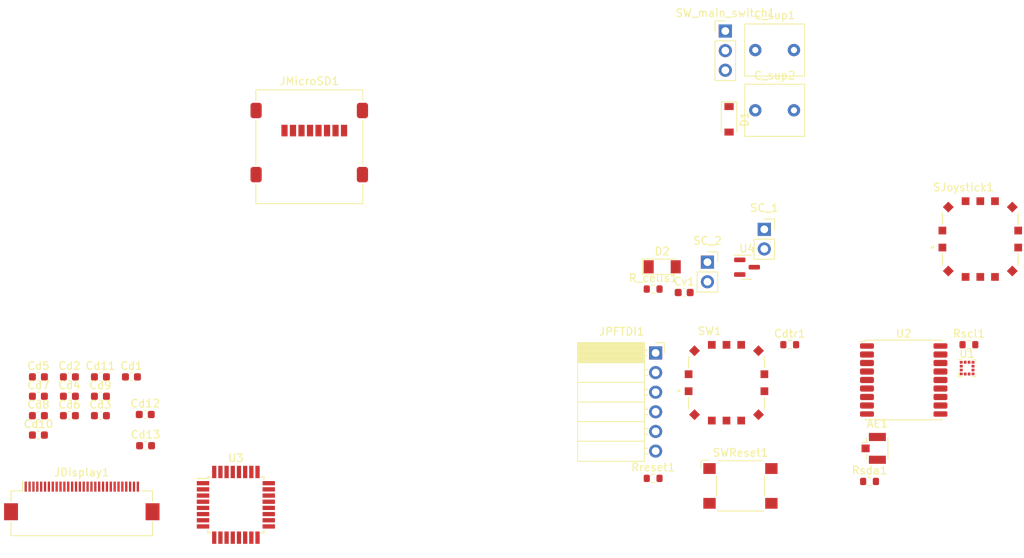
<source format=kicad_pcb>
(kicad_pcb (version 20211014) (generator pcbnew)
  (layers (0 "F.Cu" signal) (31 "B.Cu" signal) (34 "B.Paste" user) (35 "F.Paste" user) (36 "B.SilkS" user "B.Silkscreen") (37 "F.SilkS" user "F.Silkscreen") (38 "B.Mask" user) (39 "F.Mask" user) (44 "Edge.Cuts" user))
  (net 0 "")
  (net 1 "Net-(AE1-Pad1)")
  (net 2 "GND")
  (net 3 "Net-(Cd1-Pad2)")
  (net 4 "+3V3")
  (net 5 "Net-(Cd3-Pad2)")
  (net 6 "Net-(Cd5-Pad2)")
  (net 7 "Net-(Cd6-Pad2)")
  (net 8 "Net-(Cd7-Pad2)")
  (net 9 "Net-(Cd8-Pad2)")
  (net 10 "Net-(Cd10-Pad1)")
  (net 11 "Net-(Cd9-Pad2)")
  (net 12 "Net-(Cd10-Pad2)")
  (net 13 "Net-(Cd11-Pad1)")
  (net 14 "Net-(Cd11-Pad2)")
  (net 15 "MOSI")
  (net 16 "SCK")
  (net 17 "RESET")
  (net 18 "Net-(Cdtr1-Pad2)")
  (net 19 "Net-(C_sup1-Pad1)")
  (net 20 "Net-(D1-Pad2)")
  (net 22 "CS")
  (net 23 "RST")
  (net 24 "DI")
  (net 26 "FTDI_TX")
  (net 27 "FTDI_RX")
  (net 28 "SCL")
  (net 29 "SDA")
  (net 30 "Net-(R_cells1-Pad2)")
  (net 31 "Net-(SC_1-Pad2)")
  (net 33 "Net-(SW_main_switch1-Pad3)")
  (net 40 "gps_tx")
  (net 41 "gps_rx")
  (net 51 "B1")
  (net 52 "B2")
  (net 53 "B3")
  (net 54 "B4")
  (net 55 "B5")
  (net 59 "microSD_cs")
  (net 60 "microSD_di")
  (net 61 "microSD_sclk")
  (net 62 "microSD_do")
  (footprint "Capacitor_SMD:C_0603_1608Metric" (layer "F.Cu") (at 60.7028 100.584)
    (fp_text reference "Cd6" (at 0 -1.43) (layer "F.SilkS"))
    (fp_text value "1uF_DNP")
    (fp_line (start -0.14058 0.51) (end 0.14058 0.51) (layer "F.SilkS") (width 0.12))
    (fp_line (start -0.14058 -0.51) (end 0.14058 -0.51) (layer "F.SilkS") (width 0.12))
    (pad "1" smd roundrect (at -0.775 0) (size 0.9 0.95) (layers "F.Cu" "F.Paste" "F.Mask") (net 2 "GND"))
    (pad "2" smd roundrect (at 0.775 0) (size 0.9 0.95) (layers "F.Cu" "F.Paste" "F.Mask") (net 7 "Net-(Cd6-Pad2)"))
  )
  (footprint "Capacitor_SMD:C_0603_1608Metric" (layer "F.Cu") (at 60.7028 98.074)
    (fp_text reference "Cd4" (at 0 -1.43) (layer "F.SilkS"))
    (fp_text value "100nF")
    (fp_line (start -0.14058 -0.51) (end 0.14058 -0.51) (layer "F.SilkS") (width 0.12))
    (fp_line (start -0.14058 0.51) (end 0.14058 0.51) (layer "F.SilkS") (width 0.12))
    (pad "1" smd roundrect (at -0.775 0) (size 0.9 0.95) (layers "F.Cu" "F.Paste" "F.Mask") (net 4 "+3V3"))
    (pad "2" smd roundrect (at 0.775 0) (size 0.9 0.95) (layers "F.Cu" "F.Paste" "F.Mask") (net 2 "GND"))
  )
  (footprint "Connector_PinHeader_2.54mm:PinHeader_1x03_P2.54mm_Vertical" (layer "F.Cu") (at 145.5166 50.8)
    (fp_text reference "SW_main_switch1" (at 0 -2.33) (layer "F.SilkS"))
    (fp_text value "SW_DPDT_x2")
    (fp_line (start -1.33 1.27) (end 1.33 1.27) (layer "F.SilkS") (width 0.12))
    (fp_line (start -1.33 1.27) (end -1.33 6.41) (layer "F.SilkS") (width 0.12))
    (fp_line (start -1.33 -1.33) (end 0 -1.33) (layer "F.SilkS") (width 0.12))
    (fp_line (start -1.33 6.41) (end 1.33 6.41) (layer "F.SilkS") (width 0.12))
    (fp_line (start -1.33 0) (end -1.33 -1.33) (layer "F.SilkS") (width 0.12))
    (fp_line (start 1.33 1.27) (end 1.33 6.41) (layer "F.SilkS") (width 0.12))
    (pad "1" thru_hole rect (at 0 0) (size 1.7 1.7) (drill 1) (layers *.Cu *.Mask))
    (pad "2" thru_hole oval (at 0 2.54) (size 1.7 1.7) (drill 1) (layers *.Cu *.Mask) (net 19 "Net-(C_sup1-Pad1)"))
    (pad "3" thru_hole oval (at 0 5.08) (size 1.7 1.7) (drill 1) (layers *.Cu *.Mask) (net 33 "Net-(SW_main_switch1-Pad3)"))
  )
  (footprint "Capacitor_SMD:C_0603_1608Metric" (layer "F.Cu") (at 56.6928 100.584)
    (fp_text reference "Cd8" (at 0 -1.43) (layer "F.SilkS"))
    (fp_text value "2.2uf")
    (fp_line (start -0.14058 0.51) (end 0.14058 0.51) (layer "F.SilkS") (width 0.12))
    (fp_line (start -0.14058 -0.51) (end 0.14058 -0.51) (layer "F.SilkS") (width 0.12))
    (pad "1" smd roundrect (at -0.775 0) (size 0.9 0.95) (layers "F.Cu" "F.Paste" "F.Mask") (net 2 "GND"))
    (pad "2" smd roundrect (at 0.775 0) (size 0.9 0.95) (layers "F.Cu" "F.Paste" "F.Mask") (net 9 "Net-(Cd8-Pad2)"))
  )
  (footprint "Capacitor_SMD:C_0603_1608Metric" (layer "F.Cu") (at 64.7128 100.584)
    (fp_text reference "Cd3" (at 0 -1.43) (layer "F.SilkS"))
    (fp_text value "1uF_DNP")
    (fp_line (start -0.14058 -0.51) (end 0.14058 -0.51) (layer "F.SilkS") (width 0.12))
    (fp_line (start -0.14058 0.51) (end 0.14058 0.51) (layer "F.SilkS") (width 0.12))
    (pad "1" smd roundrect (at -0.775 0) (size 0.9 0.95) (layers "F.Cu" "F.Paste" "F.Mask") (net 2 "GND"))
    (pad "2" smd roundrect (at 0.775 0) (size 0.9 0.95) (layers "F.Cu" "F.Paste" "F.Mask") (net 5 "Net-(Cd3-Pad2)"))
  )
  (footprint "Connector_PinSocket_2.54mm:PinSocket_1x06_P2.54mm_Horizontal" (layer "F.Cu") (at 136.505 92.4668)
    (fp_text reference "JPFTDI1" (at -4.38 -2.77) (layer "F.SilkS"))
    (fp_text value "FTDI_basic")
    (fp_line (start -10.09 1.1519) (end -1.46 1.1519) (layer "F.SilkS") (width 0.12))
    (fp_line (start -10.09 -0.855715) (end -1.46 -0.855715) (layer "F.SilkS") (width 0.12))
    (fp_line (start -10.09 1.27) (end -1.46 1.27) (layer "F.SilkS") (width 0.12))
    (fp_line (start -1.46 10.52) (end -1.05 10.52) (layer "F.SilkS") (width 0.12))
    (fp_line (start -10.09 -1.091905) (end -1.46 -1.091905) (layer "F.SilkS") (width 0.12))
    (fp_line (start -10.09 0.20714) (end -1.46 0.20714) (layer "F.SilkS") (width 0.12))
    (fp_line (start -10.09 -1.33) (end -10.09 14.03) (layer "F.SilkS") (width 0.12))
    (fp_line (start -10.09 1.033805) (end -1.46 1.033805) (layer "F.SilkS") (width 0.12))
    (fp_line (start -1.46 0.36) (end -1.11 0.36) (layer "F.SilkS") (width 0.12))
    (fp_line (start -1.46 13.06) (end -1.05 13.06) (layer "F.SilkS") (width 0.12))
    (fp_line (start -10.09 -0.73762) (end -1.46 -0.73762) (layer "F.SilkS") (width 0.12))
    (fp_line (start -10.09 0.44333) (end -1.46 0.44333) (layer "F.SilkS") (width 0.12))
    (fp_line (start -10.09 -1.21) (end -1.46 -1.21) (layer "F.SilkS") (width 0.12))
    (fp_line (start -10.09 -0.26524) (end -1.46 -0.26524) (layer "F.SilkS") (width 0.12))
    (fp_line (start -10.09 -0.619525) (end -1.46 -0.619525) (layer "F.SilkS") (width 0.12))
    (fp_line (start -10.09 -0.383335) (end -1.46 -0.383335) (layer "F.SilkS") (width 0.12))
    (fp_line (start -10.09 0.325235) (end -1.46 0.325235) (layer "F.SilkS") (width 0.12))
    (fp_line (start -10.09 -0.97381) (end -1.46 -0.97381) (layer "F.SilkS") (width 0.12))
    (fp_line (start -10.09 8.89) (end -1.46 8.89) (layer "F.SilkS") (width 0.12))
    (fp_line (start -10.09 11.43) (end -1.46 11.43) (layer "F.SilkS") (width 0.12))
    (fp_line (start -1.46 2.9) (end -1.05 2.9) (layer "F.SilkS") (width 0.12))
    (fp_line (start 0 -1.33) (end 1.11 -1.33) (layer "F.SilkS") (width 0.12))
    (fp_line (start -1.46 -1.33) (end -1.46 14.03) (layer "F.SilkS") (width 0.12))
    (fp_line (start -10.09 3.81) (end -1.46 3.81) (layer "F.SilkS") (width 0.12))
    (fp_line (start 1.11 -1.33) (end 1.11 0) (layer "F.SilkS") (width 0.12))
    (fp_line (start -1.46 12.34) (end -1.05 12.34) (layer "F.SilkS") (width 0.12))
    (fp_line (start -1.46 2.18) (end -1.05 2.18) (layer "F.SilkS") (width 0.12))
    (fp_line (start -1.46 4.72) (end -1.05 4.72) (layer "F.SilkS") (width 0.12))
    (fp_line (start -10.09 -0.50143) (end -1.46 -0.50143) (layer "F.SilkS") (width 0.12))
    (fp_line (start -1.46 9.8) (end -1.05 9.8) (layer "F.SilkS") (width 0.12))
    (fp_line (start -1.46 -0.36) (end -1.11 -0.36) (layer "F.SilkS") (width 0.12))
    (fp_line (start -1.46 7.26) (end -1.05 7.26) (layer "F.SilkS") (width 0.12))
    (fp_line (start -10.09 0.089045) (end -1.46 0.089045) (layer "F.SilkS") (width 0.12))
    (fp_line (start -10.09 0.561425) (end -1.46 0.561425) (layer "F.SilkS") (width 0.12))
    (fp_line (start -1.46 7.98) (end -1.05 7.98) (layer "F.SilkS") (width 0.12))
    (fp_line (start -10.09 0.797615) (end -1.46 0.797615) (layer "F.SilkS") (width 0.12))
    (fp_line (start -10.09 -0.02905) (end -1.46 -0.02905) (layer "F.SilkS") (width 0.12))
    (fp_line (start -10.09 0.67952) (end -1.46 0.67952) (layer "F.SilkS") (width 0.12))
    (fp_line (start -10.09 -0.147145) (end -1.46 -0.147145) (layer "F.SilkS") (width 0.12))
    (fp_line (start -1.46 5.44) (end -1.05 5.44) (layer "F.SilkS") (width 0.12))
    (fp_line (start -10.09 14.03) (end -1.46 14.03) (layer "F.SilkS") (width 0.12))
    (fp_line (start -10.09 0.91571) (end -1.46 0.91571) (layer "F.SilkS") (width 0.12))
    (fp_line (start -10.09 -1.33) (end -1.46 -1.33) (layer "F.SilkS") (width 0.12))
    (fp_line (start -10.09 6.35) (end -1.46 6.35) (layer "F.SilkS") (width 0.12))
    (pad "1" thru_hole rect (at 0 0) (size 1.7 1.7) (drill 1) (layers *.Cu *.Mask) (net 18 "Net-(Cdtr1-Pad2)"))
    (pad "2" thru_hole oval (at 0 2.54) (size 1.7 1.7) (drill 1) (layers *.Cu *.Mask) (net 26 "FTDI_TX"))
    (pad "3" thru_hole oval (at 0 5.08) (size 1.7 1.7) (drill 1) (layers *.Cu *.Mask) (net 27 "FTDI_RX"))
    (pad "4" thru_hole oval (at 0 7.62) (size 1.7 1.7) (drill 1) (layers *.Cu *.Mask) (net 4 "+3V3"))
    (pad "5" thru_hole oval (at 0 10.16) (size 1.7 1.7) (drill 1) (layers *.Cu *.Mask) (net 2 "GND"))
    (pad "6" thru_hole oval (at 0 12.7) (size 1.7 1.7) (drill 1) (layers *.Cu *.Mask) (net 2 "GND"))
  )
  (footprint "Capacitor_SMD:C_0603_1608Metric" (layer "F.Cu") (at 140.195 84.6468)
    (fp_text reference "Cv1" (at 0 -1.43) (layer "F.SilkS"))
    (fp_text value "1uF")
    (fp_line (start -0.14058 -0.51) (end 0.14058 -0.51) (layer "F.SilkS") (width 0.12))
    (fp_line (start -0.14058 0.51) (end 0.14058 0.51) (layer "F.SilkS") (width 0.12))
    (pad "1" smd roundrect (at -0.775 0) (size 0.9 0.95) (layers "F.Cu" "F.Paste" "F.Mask") (net 4 "+3V3"))
    (pad "2" smd roundrect (at 0.775 0) (size 0.9 0.95) (layers "F.Cu" "F.Paste" "F.Mask") (net 2 "GND"))
  )
  (footprint "Library:SW_JS1300AQ" (layer "F.Cu") (at 178.4858 77.724)
    (fp_text reference "SJoystick1" (at -2.175 -6.685) (layer "F.SilkS"))
    (fp_text value "JS1300AQ")
    (fp_line (start 4.9 -3.375) (end 4.9 -1.92) (layer "F.SilkS") (width 0.127))
    (fp_line (start -4.9 1.92) (end -4.9 3.375) (layer "F.SilkS") (width 0.127))
    (fp_line (start 4.9 1.92) (end 4.9 3.375) (layer "F.SilkS") (width 0.127))
    (fp_line (start -4.9 -3.375) (end -4.9 -1.92) (layer "F.SilkS") (width 0.127))
    (fp_circle (center -6.189 1.057) (end -6.089 1.057) (layer "F.SilkS") (width 0.2) (fill none))
    (pad "A" smd rect (at -4.9 1.1) (size 1 1) (layers "F.Cu" "F.Paste" "F.Mask") (net 2 "GND"))
    (pad "B" smd rect (at 4.9 1.1) (size 1 1) (layers "F.Cu" "F.Paste" "F.Mask") (net 2 "GND"))
    (pad "C" smd rect (at 4.9 -1.1) (size 1 1) (layers "F.Cu" "F.Paste" "F.Mask") (net 2 "GND"))
    (pad "D" smd rect (at -4.9 -1.1) (size 1 1) (layers "F.Cu" "F.Paste" "F.Mask") (net 2 "GND"))
    (pad "E" smd rect (at -1.9 -4.9) (size 1 1) (layers "F.Cu" "F.Paste" "F.Mask") (net 51 "B1"))
    (pad "F" smd rect (at 0 -4.9) (size 1 1) (layers "F.Cu" "F.Paste" "F.Mask") (net 2 "GND"))
    (pad "G" smd rect (at 1.9 -4.9) (size 1 1) (layers "F.Cu" "F.Paste" "F.Mask") (net 52 "B2"))
    (pad "GND1" smd rect (at -4.13657 -4.13657 45) (size 1 1) (layers "F.Cu" "F.Paste" "F.Mask") (net 2 "GND"))
    (pad "GND2" smd rect (at 4.13657 -4.13657 315) (size 1 1) (layers "F.Cu" "F.Paste" "F.Mask") (net 2 "GND"))
    (pad "GND3" smd rect (at 4.13657 4.13657 315) (size 1 1) (layers "F.Cu" "F.Paste" "F.Mask") (net 2 "GND"))
    (pad "GND4" smd rect (at -4.13657 4.13657 45) (size 1 1) (layers "F.Cu" "F.Paste" "F.Mask") (net 2 "GND"))
    (pad "H" smd rect (at -1.9 4.9) (size 1 1) (layers "F.Cu" "F.Paste" "F.Mask") (net 54 "B4"))
    (pad "J" smd rect (at 0 4.9) (size 1 1) (layers "F.Cu" "F.Paste" "F.Mask") (net 53 "B3"))
    (pad "K" smd rect (at 1.9 4.9) (size 1 1) (layers "F.Cu" "F.Paste" "F.Mask") (net 55 "B5"))
  )
  (footprint "Resistor_SMD:R_0603_1608Metric" (layer "F.Cu") (at 136.185 84.1968)
    (fp_text reference "R_cells1" (at 0 -1.43) (layer "F.SilkS"))
    (fp_text value "R59")
    (fp_line (start -0.237258 0.5225) (end 0.237258 0.5225) (layer "F.SilkS") (width 0.12))
    (fp_line (start -0.237258 -0.5225) (end 0.237258 -0.5225) (layer "F.SilkS") (width 0.12))
    (pad "1" smd roundrect (at -0.825 0) (size 0.8 0.95) (layers "F.Cu" "F.Paste" "F.Mask") (net 20 "Net-(D1-Pad2)"))
    (pad "2" smd roundrect (at 0.825 0) (size 0.8 0.95) (layers "F.Cu" "F.Paste" "F.Mask") (net 30 "Net-(R_cells1-Pad2)"))
  )
  (footprint "Button_Switch_SMD:SW_SPST_Omron_B3FS-101xP" (layer "F.Cu") (at 147.4724 109.6772)
    (fp_text reference "SWReset1" (at 0 -4.3) (layer "F.SilkS"))
    (fp_text value "SW_Reset")
    (fp_line (start -5.1 -3.3) (end -4.1 -3.3) (layer "F.SilkS") (width 0.12))
    (fp_line (start -3.1 -1.3) (end -3.1 1.3) (layer "F.SilkS") (width 0.12))
    (fp_line (start 3.1 -1.3) (end 3.1 1.3) (layer "F.SilkS") (width 0.12))
    (fp_line (start 3 3.25) (end -3 3.25) (layer "F.SilkS") (width 0.12))
    (fp_line (start 2.9 -3.25) (end -2.9 -3.25) (layer "F.SilkS") (width 0.12))
    (fp_line (start -5.1 -2.3) (end -5.1 -3.3) (layer "F.SilkS") (width 0.12))
    (pad "1" smd rect (at -4 -2.25 180) (size 1.6 1.4) (layers "F.Cu" "F.Paste" "F.Mask") (net 2 "GND"))
    (pad "1" smd rect (at 4 -2.25 180) (size 1.6 1.4) (layers "F.Cu" "F.Paste" "F.Mask") (net 2 "GND"))
    (pad "2" smd rect (at 4 2.25 180) (size 1.6 1.4) (layers "F.Cu" "F.Paste" "F.Mask") (net 17 "RESET"))
    (pad "2" smd rect (at -4 2.25 180) (size 1.6 1.4) (layers "F.Cu" "F.Paste" "F.Mask") (net 17 "RESET"))
  )
  (footprint "Capacitor_SMD:C_0603_1608Metric" (layer "F.Cu") (at 64.7128 98.074)
    (fp_text reference "Cd9" (at 0 -1.43) (layer "F.SilkS"))
    (fp_text value "1uF_DNP")
    (fp_line (start -0.14058 0.51) (end 0.14058 0.51) (layer "F.SilkS") (width 0.12))
    (fp_line (start -0.14058 -0.51) (end 0.14058 -0.51) (layer "F.SilkS") (width 0.12))
    (pad "1" smd roundrect (at -0.775 0) (size 0.9 0.95) (layers "F.Cu" "F.Paste" "F.Mask") (net 10 "Net-(Cd10-Pad1)"))
    (pad "2" smd roundrect (at 0.775 0) (size 0.9 0.95) (layers "F.Cu" "F.Paste" "F.Mask") (net 11 "Net-(Cd9-Pad2)"))
  )
  (footprint "Capacitor_THT:C_Rect_L7.5mm_W6.5mm_P5.00mm" (layer "F.Cu") (at 149.392 61.0616)
    (fp_text reference "C_sup2" (at 2.5 -4.5) (layer "F.SilkS"))
    (fp_text value "3.9v200F")
    (fp_line (start -1.37 3.37) (end 6.37 3.37) (layer "F.SilkS") (width 0.12))
    (fp_line (start 6.37 -3.37) (end 6.37 3.37) (layer "F.SilkS") (width 0.12))
    (fp_line (start -1.37 -3.37) (end -1.37 3.37) (layer "F.SilkS") (width 0.12))
    (fp_line (start -1.37 -3.37) (end 6.37 -3.37) (layer "F.SilkS") (width 0.12))
    (pad "1" thru_hole circle (at 0 0) (size 1.6 1.6) (drill 0.8) (layers *.Cu *.Mask) (net 19 "Net-(C_sup1-Pad1)"))
    (pad "2" thru_hole circle (at 5 0) (size 1.6 1.6) (drill 0.8) (layers *.Cu *.Mask) (net 2 "GND"))
  )
  (footprint "Package_TO_SOT_SMD:SOT-23" (layer "F.Cu") (at 148.325 81.3668)
    (fp_text reference "U4" (at 0 -2.4) (layer "F.SilkS"))
    (fp_text value "MCP1700x-330xxTT")
    (fp_line (start 0 1.56) (end -0.65 1.56) (layer "F.SilkS") (width 0.12))
    (fp_line (start 0 -1.56) (end 0.65 -1.56) (layer "F.SilkS") (width 0.12))
    (fp_line (start 0 -1.56) (end -1.675 -1.56) (layer "F.SilkS") (width 0.12))
    (fp_line (start 0 1.56) (end 0.65 1.56) (layer "F.SilkS") (width 0.12))
    (pad "1" smd roundrect (at -0.9375 -0.95) (size 1.475 0.6) (layers "F.Cu" "F.Paste" "F.Mask") (net 2 "GND"))
    (pad "2" smd roundrect (at -0.9375 0.95) (size 1.475 0.6) (layers "F.Cu" "F.Paste" "F.Mask") (net 4 "+3V3"))
    (pad "3" smd roundrect (at 0.9375 0) (size 1.475 0.6) (layers "F.Cu" "F.Paste" "F.Mask") (net 33 "Net-(SW_main_switch1-Pad3)"))
  )
  (footprint "Connector_FFC-FPC:Hirose_FH12-30S-0.5SH_1x30-1MP_P0.50mm_Horizontal" (layer "F.Cu") (at 62.3028 111.6178)
    (fp_text reference "JDisplay1" (at 0 -3.7) (layer "F.SilkS"))
    (fp_text value "Conn_01x30")
    (fp_line (start 9.15 4.5) (end 9.15 2.76) (layer "F.SilkS") (width 0.12))
    (fp_line (start -7.66 -1.3) (end -7.66 -2.5) (layer "F.SilkS") (width 0.12))
    (fp_line (start -9.15 4.5) (end 9.15 4.5) (layer "F.SilkS") (width 0.12))
    (fp_line (start 7.66 -1.3) (end 9.15 -1.3) (layer "F.SilkS") (width 0.12))
    (fp_line (start 9.15 -1.3) (end 9.15 0.04) (layer "F.SilkS") (width 0.12))
    (fp_line (start -9.15 2.76) (end -9.15 4.5) (layer "F.SilkS") (width 0.12))
    (fp_line (start -9.15 -1.3) (end -9.15 0.04) (layer "F.SilkS") (width 0.12))
    (fp_line (start -7.66 -1.3) (end -9.15 -1.3) (layer "F.SilkS") (width 0.12))
    (pad "1" smd rect (at -7.25 -1.85) (size 0.3 1.3) (layers "F.Cu" "F.Paste" "F.Mask"))
    (pad "2" smd rect (at -6.75 -1.85) (size 0.3 1.3) (layers "F.Cu" "F.Paste" "F.Mask") (net 22 "CS"))
    (pad "3" smd rect (at -6.25 -1.85) (size 0.3 1.3) (layers "F.Cu" "F.Paste" "F.Mask") (net 23 "RST"))
    (pad "4" smd rect (at -5.75 -1.85) (size 0.3 1.3) (layers "F.Cu" "F.Paste" "F.Mask") (net 24 "DI"))
    (pad "5" smd rect (at -5.25 -1.85) (size 0.3 1.3) (layers "F.Cu" "F.Paste" "F.Mask") (net 4 "+3V3"))
    (pad "6" smd rect (at -4.75 -1.85) (size 0.3 1.3) (layers "F.Cu" "F.Paste" "F.Mask") (net 4 "+3V3"))
    (pad "7" smd rect (at -4.25 -1.85) (size 0.3 1.3) (layers "F.Cu" "F.Paste" "F.Mask") (net 4 "+3V3"))
    (pad "8" smd rect (at -3.75 -1.85) (size 0.3 1.3) (layers "F.Cu" "F.Paste" "F.Mask") (net 4 "+3V3"))
    (pad "9" smd rect (at -3.25 -1.85) (size 0.3 1.3) (layers "F.Cu" "F.Paste" "F.Mask") (net 4 "+3V3"))
    (pad "10" smd rect (at -2.75 -1.85) (size 0.3 1.3) (layers "F.Cu" "F.Paste" "F.Mask") (net 4 "+3V3"))
    (pad "11" smd rect (at -2.25 -1.85) (size 0.3 1.3) (layers "F.Cu" "F.Paste" "F.Mask") (net 4 "+3V3"))
    (pad "12" smd rect (at -1.75 -1.85) (size 0.3 1.3) (layers "F.Cu" "F.Paste" "F.Mask") (net 4 "+3V3"))
    (pad "13" smd rect (at -1.25 -1.85) (size 0.3 1.3) (layers "F.Cu" "F.Paste" "F.Mask") (net 16 "SCK"))
    (pad "14" smd rect (at -0.75 -1.85) (size 0.3 1.3) (layers "F.Cu" "F.Paste" "F.Mask") (net 15 "MOSI"))
    (pad "15" smd rect (at -0.25 -1.85) (size 0.3 1.3) (layers "F.Cu" "F.Paste" "F.Mask") (net 4 "+3V3"))
    (pad "16" smd rect (at 0.25 -1.85) (size 0.3 1.3) (layers "F.Cu" "F.Paste" "F.Mask") (net 2 "GND"))
    (pad "17" smd rect (at 0.75 -1.85) (size 0.3 1.3) (layers "F.Cu" "F.Paste" "F.Mask") (net 8 "Net-(Cd7-Pad2)"))
    (pad "18" smd rect (at 1.25 -1.85) (size 0.3 1.3) (layers "F.Cu" "F.Paste" "F.Mask") (net 11 "Net-(Cd9-Pad2)"))
    (pad "19" smd rect (at 1.75 -1.85) (size 0.3 1.3) (layers "F.Cu" "F.Paste" "F.Mask") (net 10 "Net-(Cd10-Pad1)"))
    (pad "20" smd rect (at 2.25 -1.85) (size 0.3 1.3) (layers "F.Cu" "F.Paste" "F.Mask") (net 12 "Net-(Cd10-Pad2)"))
    (pad "21" smd rect (at 2.75 -1.85) (size 0.3 1.3) (layers "F.Cu" "F.Paste" "F.Mask") (net 13 "Net-(Cd11-Pad1)"))
    (pad "22" smd rect (at 3.25 -1.85) (size 0.3 1.3) (layers "F.Cu" "F.Paste" "F.Mask") (net 14 "Net-(Cd11-Pad2)"))
    (pad "23" smd rect (at 3.75 -1.85) (size 0.3 1.3) (layers "F.Cu" "F.Paste" "F.Mask") (net 3 "Net-(Cd1-Pad2)"))
    (pad "24" smd rect (at 4.25 -1.85) (size 0.3 1.3) (layers "F.Cu" "F.Paste" "F.Mask") (net 5 "Net-(Cd3-Pad2)"))
    (pad "25" smd rect (at 4.75 -1.85) (size 0.3 1.3) (layers "F.Cu" "F.Paste" "F.Mask") (net 6 "Net-(Cd5-Pad2)"))
    (pad "26" smd rect (at 5.25 -1.85) (size 0.3 1.3) (layers "F.Cu" "F.Paste" "F.Mask") (net 7 "Net-(Cd6-Pad2)"))
    (pad "27" smd rect (at 5.75 -1.85) (size 0.3 1.3) (layers "F.Cu" "F.Paste" "F.Mask") (net 9 "Net-(Cd8-Pad2)"))
    (pad "28" smd rect (at 6.25 -1.85) (size 0.3 1.3) (layers "F.Cu" "F.Paste" "F.Mask") (net 2 "GND"))
    (pad "29" smd rect (at 6.75 -1.85) (size 0.3 1.3) (layers "F.Cu" "F.Paste" "F.Mask") (net 2 "GND"))
    (pad "30" smd rect (at 7.25 -1.85) (size 0.3 1.3) (layers "F.Cu" "F.Paste" "F.Mask"))
    (pad "MP" smd rect (at 9.15 1.4) (size 1.8 2.2) (layers "F.Cu" "F.Paste" "F.Mask"))
    (pad "MP" smd rect (at -9.15 1.4) (size 1.8 2.2) (layers "F.Cu" "F.Paste" "F.Mask"))
  )
  (footprint "Capacitor_SMD:C_0603_1608Metric" (layer "F.Cu") (at 64.7128 95.564)
    (fp_text reference "Cd11" (at 0 -1.43) (layer "F.SilkS"))
    (fp_text value "1uF_DNP")
    (fp_line (start -0.14058 0.51) (end 0.14058 0.51) (layer "F.SilkS") (width 0.12))
    (fp_line (start -0.14058 -0.51) (end 0.14058 -0.51) (layer "F.SilkS") (width 0.12))
    (pad "1" smd roundrect (at -0.775 0) (size 0.9 0.95) (layers "F.Cu" "F.Paste" "F.Mask") (net 13 "Net-(Cd11-Pad1)"))
    (pad "2" smd roundrect (at 0.775 0) (size 0.9 0.95) (layers "F.Cu" "F.Paste" "F.Mask") (net 14 "Net-(Cd11-Pad2)"))
  )
  (footprint "Diode_SMD:D_SOD-123" (layer "F.Cu") (at 145.9992 62.23 -90)
    (fp_text reference "D1" (at 0 -2 90) (layer "F.SilkS"))
    (fp_text value "MBR0530")
    (fp_line (start -2.25 1) (end 1.65 1) (layer "F.SilkS") (width 0.12))
    (fp_line (start -2.25 -1) (end -2.25 1) (layer "F.SilkS") (width 0.12))
    (fp_line (start -2.25 -1) (end 1.65 -1) (layer "F.SilkS") (width 0.12))
    (pad "1" smd rect (at -1.65 0 270) (size 0.9 1.2) (layers "F.Cu" "F.Paste" "F.Mask") (net 19 "Net-(C_sup1-Pad1)"))
    (pad "2" smd rect (at 1.65 0 270) (size 0.9 1.2) (layers "F.Cu" "F.Paste" "F.Mask") (net 20 "Net-(D1-Pad2)"))
  )
  (footprint "Capacitor_SMD:C_0603_1608Metric" (layer "F.Cu") (at 56.6928 95.564)
    (fp_text reference "Cd5" (at 0 -1.43) (layer "F.SilkS"))
    (fp_text value "1uF_DNP")
    (fp_line (start -0.14058 0.51) (end 0.14058 0.51) (layer "F.SilkS") (width 0.12))
    (fp_line (start -0.14058 -0.51) (end 0.14058 -0.51) (layer "F.SilkS") (width 0.12))
    (pad "1" smd roundrect (at -0.775 0) (size 0.9 0.95) (layers "F.Cu" "F.Paste" "F.Mask") (net 2 "GND"))
    (pad "2" smd roundrect (at 0.775 0) (size 0.9 0.95) (layers "F.Cu" "F.Paste" "F.Mask") (net 6 "Net-(Cd5-Pad2)"))
  )
  (footprint "Package_QFP:TQFP-32_7x7mm_P0.8mm" (layer "F.Cu") (at 82.228 112.1216)
    (fp_text reference "U3" (at 0 -6.05) (layer "F.SilkS"))
    (fp_text value "ATmega328P-A")
    (fp_line (start 3.625 3.625) (end 3.3 3.625) (layer "F.SilkS") (width 0.15))
    (fp_line (start -3.625 3.625) (end -3.3 3.625) (layer "F.SilkS") (width 0.15))
    (fp_line (start -3.625 3.625) (end -3.625 3.3) (layer "F.SilkS") (width 0.15))
    (fp_line (start -3.625 -3.625) (end -3.3 -3.625) (layer "F.SilkS") (width 0.15))
    (fp_line (start 3.625 3.625) (end 3.625 3.3) (layer "F.SilkS") (width 0.15))
    (fp_line (start 3.625 -3.625) (end 3.625 -3.3) (layer "F.SilkS") (width 0.15))
    (fp_line (start -3.625 -3.4) (end -5.05 -3.4) (layer "F.SilkS") (width 0.15))
    (fp_line (start 3.625 -3.625) (end 3.3 -3.625) (layer "F.SilkS") (width 0.15))
    (fp_line (start -3.625 -3.625) (end -3.625 -3.4) (layer "F.SilkS") (width 0.15))
    (pad "1" smd rect (at -4.25 -2.8) (size 1.6 0.55) (layers "F.Cu" "F.Paste" "F.Mask") (net 41 "gps_rx"))
    (pad "2" smd rect (at -4.25 -2) (size 1.6 0.55) (layers "F.Cu" "F.Paste" "F.Mask") (net 22 "CS"))
    (pad "3" smd rect (at -4.25 -1.2) (size 1.6 0.55) (layers "F.Cu" "F.Paste" "F.Mask") (net 2 "GND"))
    (pad "4" smd rect (at -4.25 -0.4) (size 1.6 0.55) (layers "F.Cu" "F.Paste" "F.Mask") (net 4 "+3V3"))
    (pad "5" smd rect (at -4.25 0.4) (size 1.6 0.55) (layers "F.Cu" "F.Paste" "F.Mask") (net 2 "GND"))
    (pad "6" smd rect (at -4.25 1.2) (size 1.6 0.55) (layers "F.Cu" "F.Paste" "F.Mask") (net 4 "+3V3"))
    (pad "7" smd rect (at -4.25 2) (size 1.6 0.55) (layers "F.Cu" "F.Paste" "F.Mask") (net 53 "B3"))
    (pad "8" smd rect (at -4.25 2.8) (size 1.6 0.55) (layers "F.Cu" "F.Paste" "F.Mask") (net 54 "B4"))
    (pad "9" smd rect (at -2.8 4.25 90) (size 1.6 0.55) (layers "F.Cu" "F.Paste" "F.Mask") (net 23 "RST"))
    (pad "10" smd rect (at -2 4.25 90) (size 1.6 0.55) (layers "F.Cu" "F.Paste" "F.Mask") (net 24 "DI"))
    (pad "11" smd rect (at -1.2 4.25 90) (size 1.6 0.55) (layers "F.Cu" "F.Paste" "F.Mask"))
    (pad "12" smd rect (at -0.4 4.25 90) (size 1.6 0.55) (layers "F.Cu" "F.Paste" "F.Mask") (net 51 "B1"))
    (pad "13" smd rect (at 0.4 4.25 90) (size 1.6 0.55) (layers "F.Cu" "F.Paste" "F.Mask") (net 52 "B2"))
    (pad "14" smd rect (at 1.2 4.25 90) (size 1.6 0.55) (layers "F.Cu" "F.Paste" "F.Mask") (net 59 "microSD_cs"))
    (pad "15" smd rect (at 2 4.25 90) (size 1.6 0.55) (layers "F.Cu" "F.Paste" "F.Mask") (net 60 "microSD_di"))
    (pad "16" smd rect (at 2.8 4.25 90) (size 1.6 0.55) (layers "F.Cu" "F.Paste" "F.Mask") (net 61 "microSD_sclk"))
    (pad "17" smd rect (at 4.25 2.8) (size 1.6 0.55) (layers "F.Cu" "F.Paste" "F.Mask") (net 62 "microSD_do"))
    (pad "18" smd rect (at 4.25 2) (size 1.6 0.55) (layers "F.Cu" "F.Paste" "F.Mask") (net 4 "+3V3"))
    (pad "19" smd rect (at 4.25 1.2) (size 1.6 0.55) (layers "F.Cu" "F.Paste" "F.Mask"))
    (pad "20" smd rect (at 4.25 0.4) (size 1.6 0.55) (layers "F.Cu" "F.Paste" "F.Mask"))
    (pad "21" smd rect (at 4.25 -0.4) (size 1.6 0.55) (layers "F.Cu" "F.Paste" "F.Mask") (net 2 "GND"))
    (pad "22" smd rect (at 4.25 -1.2) (size 1.6 0.55) (layers "F.Cu" "F.Paste" "F.Mask"))
    (pad "23" smd rect (at 4.25 -2) (size 1.6 0.55) (layers "F.Cu" "F.Paste" "F.Mask") (net 16 "SCK"))
    (pad "24" smd rect (at 4.25 -2.8) (size 1.6 0.55) (layers "F.Cu" "F.Paste" "F.Mask") (net 15 "MOSI"))
    (pad "25" smd rect (at 2.8 -4.25 90) (size 1.6 0.55) (layers "F.Cu" "F.Paste" "F.Mask") (net 55 "B5"))
    (pad "26" smd rect (at 2 -4.25 90) (size 1.6 0.55) (layers "F.Cu" "F.Paste" "F.Mask"))
    (pad "27" smd rect (at 1.2 -4.25 90) (size 1.6 0.55) (layers "F.Cu" "F.Paste" "F.Mask") (net 29 "SDA"))
    (pad "28" smd rect (at 0.4 -4.25 90) (size 1.6 0.55) (layers "F.Cu" "F.Paste" "F.Mask") (net 28 "SCL"))
    (pad "29" smd rect (at -0.4 -4.25 90) (size 1.6 0.55) (layers "F.Cu" "F.Paste" "F.Mask") (net 17 "RESET"))
    (pad "30" smd rect (at -1.2 -4.25 90) (size 1.6 0.55) (layers "F.Cu" "F.Paste" "F.Mask") (net 27 "FTDI_RX"))
    (pad "31" smd rect (at -2 -4.25 90) (size 1.6 0.55) (layers "F.Cu" "F.Paste" "F.Mask") (net 26 "FTDI_TX"))
    (pad "32" smd rect (at -2.8 -4.25 90) (size 1.6 0.55) (layers "F.Cu" "F.Paste" "F.Mask") (net 40 "gps_tx"))
  )
  (footprint "Resistor_SMD:R_0603_1608Metric" (layer "F.Cu") (at 164.165 109.0968)
    (fp_text reference "Rsda1" (at 0 -1.43) (layer "F.SilkS"))
    (fp_text value "10K")
    (fp_line (start -0.237258 -0.5225) (end 0.237258 -0.5225) (layer "F.SilkS") (width 0.12))
    (fp_line (start -0.237258 0.5225) (end 0.237258 0.5225) (layer "F.SilkS") (width 0.12))
    (pad "1" smd roundrect (at -0.825 0) (size 0.8 0.95) (layers "F.Cu" "F.Paste" "F.Mask") (net 4 "+3V3"))
    (pad "2" smd roundrect (at 0.825 0) (size 0.8 0.95) (layers "F.Cu" "F.Paste" "F.Mask") (net 29 "SDA"))
  )
  (footprint "Connector_Coaxial:U.FL_Hirose_U.FL-R-SMT-1_Vertical" (layer "F.Cu") (at 164.705 104.8168)
    (fp_text reference "AE1" (at 0.475 -3.2) (layer "F.SilkS"))
    (fp_text value "Antenna")
    (fp_line (start -0.885 -1.4) (end -0.885 -0.76) (layer "F.SilkS") (width 0.12))
    (fp_line (start -0.885 -0.76) (end -1.515 -0.76) (layer "F.SilkS") (width 0.12))
    (fp_line (start -0.885 1.4) (end -0.885 0.76) (layer "F.SilkS") (width 0.12))
    (fp_line (start 1.835 -1.35) (end 1.835 1.35) (layer "F.SilkS") (width 0.12))
    (pad "1" smd rect (at -1.05 0) (size 1.05 1) (layers "F.Cu" "F.Paste" "F.Mask") (net 1 "Net-(AE1-Pad1)"))
    (pad "2" smd rect (at 0.475 1.475) (size 2.2 1.05) (layers "F.Cu" "F.Paste" "F.Mask"))
    (pad "2" smd rect (at 0.475 -1.475) (size 2.2 1.05) (layers "F.Cu" "F.Paste" "F.Mask"))
  )
  (footprint "Connector_PinSocket_2.54mm:PinSocket_1x02_P2.54mm_Vertical" (layer "F.Cu") (at 143.205 80.7168)
    (fp_text reference "SC_2" (at 0 -2.77) (layer "F.SilkS"))
    (fp_text value "Solar_Cell")
    (fp_line (start 1.33 1.27) (end 1.33 3.87) (layer "F.SilkS") (width 0.12))
    (fp_line (start -1.33 3.87) (end 1.33 3.87) (layer "F.SilkS") (width 0.12))
    (fp_line (start 1.33 -1.33) (end 1.33 0) (layer "F.SilkS") (width 0.12))
    (fp_line (start 0 -1.33) (end 1.33 -1.33) (layer "F.SilkS") (width 0.12))
    (fp_line (start -1.33 1.27) (end -1.33 3.87) (layer "F.SilkS") (width 0.12))
    (fp_line (start -1.33 1.27) (end 1.33 1.27) (layer "F.SilkS") (width 0.12))
    (pad "1" thru_hole rect (at 0 0) (size 1.7 1.7) (drill 1) (layers *.Cu *.Mask) (net 31 "Net-(SC_1-Pad2)"))
    (pad "2" thru_hole oval (at 0 2.54) (size 1.7 1.7) (drill 1) (layers *.Cu *.Mask) (net 2 "GND"))
  )
  (footprint "RF_GPS:ublox_MAX" (layer "F.Cu") (at 168.585 95.9668)
    (fp_text reference "U2" (at 0 -6) (layer "F.SilkS"))
    (fp_text value "MAX-M8C")
    (fp_line (start -5.65 -5.01) (end -4.96 -5.01) (layer "F.SilkS") (width 0.12))
    (fp_line (start -4.96 5.16) (end 4.96 5.16) (layer "F.SilkS") (width 0.12))
    (fp_line (start -4.96 -5.16) (end 4.96 -5.16) (layer "F.SilkS") (width 0.12))
    (fp_line (start 4.96 -5.16) (end 4.96 -5.01) (layer "F.SilkS") (width 0.12))
    (fp_line (start 4.96 5.01) (end 4.96 5.16) (layer "F.SilkS") (width 0.12))
    (fp_line (start -4.96 -5.16) (end -4.96 -5.01) (layer "F.SilkS") (width 0.12))
    (fp_line (start -4.96 5.01) (end -4.96 5.16) (layer "F.SilkS") (width 0.12))
    (pad "1" smd roundrect (at -4.75 -4.4) (size 1.8 0.7) (layers "F.Cu" "F.Paste" "F.Mask") (net 2 "GND"))
    (pad "2" smd roundrect (at -4.75 -3.3) (size 1.8 0.8) (layers "F.Cu" "F.Paste" "F.Mask") (net 40 "gps_tx"))
    (pad "3" smd roundrect (at -4.75 -2.2) (size 1.8 0.8) (layers "F.Cu" "F.Paste" "F.Mask") (net 41 "gps_rx"))
    (pad "4" smd roundrect (at -4.75 -1.1) (size 1.8 0.8) (layers "F.Cu" "F.Paste" "F.Mask"))
    (pad "5" smd roundrect (at -4.75 0) (size 1.8 0.8) (layers "F.Cu" "F.Paste" "F.Mask"))
    (pad "6" smd roundrect (at -4.75 1.1) (size 1.8 0.8) (layers "F.Cu" "F.Paste" "F.Mask") (net 4 "+3V3"))
    (pad "7" smd roundrect (at -4.75 2.2) (size 1.8 0.8) (layers "F.Cu" "F.Paste" "F.Mask") (net 4 "+3V3"))
    (pad "8" smd roundrect (at -4.75 3.3) (size 1.8 0.8) (layers "F.Cu" "F.Paste" "F.Mask") (net 4 "+3V3"))
    (pad "9" smd roundrect (at -4.75 4.4) (size 1.8 0.7) (layers "F.Cu" "F.Paste" "F.Mask"))
    (pad "10" smd roundrect (at 4.75 4.4) (size 1.8 0.7) (layers "F.Cu" "F.Paste" "F.Mask") (net 2 "GND"))
    (pad "11" smd roundrect (at 4.75 3.3) (size 1.8 0.8) (layers "F.Cu" "F.Paste" "F.Mask") (net 1 "Net-(AE1-Pad1)"))
    (pad "12" smd roundrect (at 4.75 2.2) (size 1.8 0.8) (layers "F.Cu" "F.Paste" "F.Mask") (net 2 "GND"))
    (pad "13" smd roundrect (at 4.75 1.1) (size 1.8 0.8) (layers "F.Cu" "F.Paste" "F.Mask"))
    (pad "14" smd roundrect (at 4.75 0) (size 1.8 0.8) (layers "F.Cu" "F.Paste" "F.Mask"))
    (pad "15" smd roundrect (at 4.75 -1.1) (size 1.8 0.8) (layers "F.Cu" "F.Paste" "F.Mask"))
    (pad "16" smd roundrect (at 4.75 -2.2) (size 1.8 0.8) (layers "F.Cu" "F.Paste" "F.Mask"))
    (pad "17" smd roundrect (at 4.75 -3.3) (size 1.8 0.8) (layers "F.Cu" "F.Paste" "F.Mask"))
    (pad "18" smd roundrect (at 4.75 -4.4) (size 1.8 0.7) (layers "F.Cu" "F.Paste" "F.Mask"))
  )
  (footprint "Resistor_SMD:R_0603_1608Metric" (layer "F.Cu") (at 153.845 91.3968)
    (fp_text reference "Cdtr1" (at 0 -1.43) (layer "F.SilkS"))
    (fp_text value "0.1uF")
    (fp_line (start -0.237258 0.5225) (end 0.237258 0.5225) (layer "F.SilkS") (width 0.12))
    (fp_line (start -0.237258 -0.5225) (end 0.237258 -0.5225) (layer "F.SilkS") (width 0.12))
    (pad "1" smd roundrect (at -0.825 0) (size 0.8 0.95) (layers "F.Cu" "F.Paste" "F.Mask") (net 17 "RESET"))
    (pad "2" smd roundrect (at 0.825 0) (size 0.8 0.95) (layers "F.Cu" "F.Paste" "F.Mask") (net 18 "Net-(Cdtr1-Pad2)"))
  )
  (footprint "Package_LGA:LGA-12_2x2mm_P0.5mm" (layer "F.Cu") (at 176.785 94.4268)
    (fp_text reference "U1" (at 0 -1.85) (layer "F.SilkS"))
    (fp_text value "LSM303C")
    (fp_line (start -1.1 -1.1) (end -1.1 -1.1) (layer "F.SilkS") (width 0.12))
    (fp_line (start -0.6 -1.1) (end -1.1 -1.1) (layer "F.SilkS") (width 0.12))
    (fp_line (start 1.1 1.1) (end 0.6 1.1) (layer "F.SilkS") (width 0.12))
    (fp_line (start 0.6 1.1) (end 0.6 1.1) (layer "F.SilkS") (width 0.12))
    (fp_line (start -1.1 0.6) (end -1.1 0.6) (layer "F.SilkS") (width 0.12))
    (fp_line (start -0.6 1.1) (end -1.1 1.1) (layer "F.SilkS") (width 0.12))
    (fp_line (start 1.1 0.6) (end 1.1 1.1) (layer "F.SilkS") (width 0.12))
    (fp_line (start -1.1 1.1) (end -1.1 0.6) (layer "F.SilkS") (width 0.12))
    (fp_line (start 1.1 -1.1) (end 1.1 -0.6) (layer "F.SilkS") (width 0.12))
    (fp_line (start 1.1 -0.6) (end 1.1 -0.6) (layer "F.SilkS") (width 0.12))
    (fp_line (start 0.6 -1.1) (end 1.1 -1.1) (layer "F.SilkS") (width 0.12))
    (pad "1" smd rect (at -0.7625 -0.75) (size 0.375 0.35) (layers "F.Cu" "F.Paste" "F.Mask") (net 28 "SCL"))
    (pad "2" smd rect (at -0.7625 -0.25) (size 0.375 0.35) (layers "F.Cu" "F.Paste" "F.Mask"))
    (pad "3" smd rect (at -0.7625 0.25) (size 0.375 0.35) (layers "F.Cu" "F.Paste" "F.Mask"))
    (pad "4" smd rect (at -0.7625 0.75) (size 0.375 0.35) (layers "F.Cu" "F.Paste" "F.Mask") (net 29 "SDA"))
    (pad "5" smd rect (at -0.25 0.7625 90) (size 0.375 0.35) (layers "F.Cu" "F.Paste" "F.Mask"))
    (pad "6" smd rect (at 0.25 0.7625 90) (size 0.375 0.35) (layers "F.Cu" "F.Paste" "F.Mask") (net 2 "GND"))
    (pad "7" smd rect (at 0.7625 0.75) (size 0.375 0.35) (layers "F.Cu" "F.Paste" "F.Mask"))
    (pad "8" smd rect (at 0.7625 0.25) (size 0.375 0.35) (layers "F.Cu" "F.Paste" "F.Mask") (net 2 "GND"))
    (pad "9" smd rect (at 0.7625 -0.25) (size 0.375 0.35) (layers "F.Cu" "F.Paste" "F.Mask") (net 4 "+3V3"))
    (pad "10" smd rect (at 0.7625 -0.75) (size 0.375 0.35) (layers "F.Cu" "F.Paste" "F.Mask") (net 4 "+3V3"))
    (pad "11" smd rect (at 0.25 -0.7625 90) (size 0.375 0.35) (layers "F.Cu" "F.Paste" "F.Mask"))
    (pad "12" smd rect (at -0.25 -0.7625 90) (size 0.375 0.35) (layers "F.Cu" "F.Paste" "F.Mask"))
  )
  (footprint "Capacitor_SMD:C_0603_1608Metric" (layer "F.Cu") (at 60.7028 95.564)
    (fp_text reference "Cd2" (at 0 -1.43) (layer "F.SilkS"))
    (fp_text value "10uf")
    (fp_line (start -0.14058 0.51) (end 0.14058 0.51) (layer "F.SilkS") (width 0.12))
    (fp_line (start -0.14058 -0.51) (end 0.14058 -0.51) (layer "F.SilkS") (width 0.12))
    (pad "1" smd roundrect (at -0.775 0) (size 0.9 0.95) (layers "F.Cu" "F.Paste" "F.Mask") (net 4 "+3V3"))
    (pad "2" smd roundrect (at 0.775 0) (size 0.9 0.95) (layers "F.Cu" "F.Paste" "F.Mask") (net 2 "GND"))
  )
  (footprint "Capacitor_SMD:C_0603_1608Metric" (layer "F.Cu") (at 68.7228 95.564)
    (fp_text reference "Cd1" (at 0 -1.43) (layer "F.SilkS"))
    (fp_text value "1uF_DNP")
    (fp_line (start -0.14058 0.51) (end 0.14058 0.51) (layer "F.SilkS") (width 0.12))
    (fp_line (start -0.14058 -0.51) (end 0.14058 -0.51) (layer "F.SilkS") (width 0.12))
    (pad "1" smd roundrect (at -0.775 0) (size 0.9 0.95) (layers "F.Cu" "F.Paste" "F.Mask") (net 2 "GND"))
    (pad "2" smd roundrect (at 0.775 0) (size 0.9 0.95) (layers "F.Cu" "F.Paste" "F.Mask") (net 3 "Net-(Cd1-Pad2)"))
  )
  (footprint "Library:SW_JS1300AQ" (layer "F.Cu") (at 145.669 96.3168)
    (fp_text reference "SW1" (at -2.175 -6.685) (layer "F.SilkS"))
    (fp_text value "SW_DIP_x05")
    (fp_line (start -4.9 1.92) (end -4.9 3.375) (layer "F.SilkS") (width 0.127))
    (fp_line (start 4.9 -3.375) (end 4.9 -1.92) (layer "F.SilkS") (width 0.127))
    (fp_line (start 4.9 1.92) (end 4.9 3.375) (layer "F.SilkS") (width 0.127))
    (fp_line (start -4.9 -3.375) (end -4.9 -1.92) (layer "F.SilkS") (width 0.127))
    (fp_circle (center -6.189 1.057) (end -6.089 1.057) (layer "F.SilkS") (width 0.2) (fill none))
    (pad "A" smd rect (at -4.9 1.1) (size 1 1) (layers "F.Cu" "F.Paste" "F.Mask"))
    (pad "B" smd rect (at 4.9 1.1) (size 1 1) (layers "F.Cu" "F.Paste" "F.Mask"))
    (pad "C" smd rect (at 4.9 -1.1) (size 1 1) (layers "F.Cu" "F.Paste" "F.Mask"))
    (pad "D" smd rect (at -4.9 -1.1) (size 1 1) (layers "F.Cu" "F.Paste" "F.Mask"))
    (pad "E" smd rect (at -1.9 -4.9) (size 1 1) (layers "F.Cu" "F.Paste" "F.Mask"))
    (pad "F" smd rect (at 0 -4.9) (size 1 1) (layers "F.Cu" "F.Paste" "F.Mask"))
    (pad "G" smd rect (at 1.9 -4.9) (size 1 1) (layers "F.Cu" "F.Paste" "F.Mask"))
    (pad "GND1" smd rect (at -4.13657 -4.13657 45) (size 1 1) (layers "F.Cu" "F.Paste" "F.Mask"))
    (pad "GND2" smd rect (at 4.13657 -4.13657 315) (size 1 1) (layers "F.Cu" "F.Paste" "F.Mask"))
    (pad "GND3" smd rect (at 4.13657 4.13657 315) (size 1 1) (layers "F.Cu" "F.Paste" "F.Mask"))
    (pad "GND4" smd rect (at -4.13657 4.13657 45) (size 1 1) (layers "F.Cu" "F.Paste" "F.Mask"))
    (pad "H" smd rect (at -1.9 4.9) (size 1 1) (layers "F.Cu" "F.Paste" "F.Mask"))
    (pad "J" smd rect (at 0 4.9) (size 1 1) (layers "F.Cu" "F.Paste" "F.Mask"))
    (pad "K" smd rect (at 1.9 4.9) (size 1 1) (layers "F.Cu" "F.Paste" "F.Mask"))
  )
  (footprint "Resistor_SMD:R_0603_1608Metric" (layer "F.Cu") (at 136.185 108.6968)
    (fp_text reference "Rreset1" (at 0 -1.43) (layer "F.SilkS"))
    (fp_text value "10k")
    (fp_line (start -0.237258 0.5225) (end 0.237258 0.5225) (layer "F.SilkS") (width 0.12))
    (fp_line (start -0.237258 -0.5225) (end 0.237258 -0.5225) (layer "F.SilkS") (width 0.12))
    (pad "1" smd roundrect (at -0.825 0) (size 0.8 0.95) (layers "F.Cu" "F.Paste" "F.Mask") (net 4 "+3V3"))
    (pad "2" smd roundrect (at 0.825 0) (size 0.8 0.95) (layers "F.Cu" "F.Paste" "F.Mask") (net 17 "RESET"))
  )
  (footprint "Capacitor_SMD:C_0603_1608Metric" (layer "F.Cu") (at 56.6928 103.094)
    (fp_text reference "Cd10" (at 0 -1.43) (layer "F.SilkS"))
    (fp_text value "2.2uf")
    (fp_line (start -0.14058 -0.51) (end 0.14058 -0.51) (layer "F.SilkS") (width 0.12))
    (fp_line (start -0.14058 0.51) (end 0.14058 0.51) (layer "F.SilkS") (width 0.12))
    (pad "1" smd roundrect (at -0.775 0) (size 0.9 0.95) (layers "F.Cu" "F.Paste" "F.Mask") (net 10 "Net-(Cd10-Pad1)"))
    (pad "2" smd roundrect (at 0.775 0) (size 0.9 0.95) (layers "F.Cu" "F.Paste" "F.Mask") (net 12 "Net-(Cd10-Pad2)"))
  )
  (footprint "Resistor_SMD:R_0603_1608Metric" (layer "F.Cu") (at 177.015 91.3968)
    (fp_text reference "Rscl1" (at 0 -1.43) (layer "F.SilkS"))
    (fp_text value "10K")
    (fp_line (start -0.237258 -0.5225) (end 0.237258 -0.5225) (layer "F.SilkS") (width 0.12))
    (fp_line (start -0.237258 0.5225) (end 0.237258 0.5225) (layer "F.SilkS") (width 0.12))
    (pad "1" smd roundrect (at -0.825 0) (size 0.8 0.95) (layers "F.Cu" "F.Paste" "F.Mask") (net 4 "+3V3"))
    (pad "2" smd roundrect (at 0.825 0) (size 0.8 0.95) (layers "F.Cu" "F.Paste" "F.Mask") (net 28 "SCL"))
  )
  (footprint "Capacitor_SMD:C_0603_1608Metric" (layer "F.Cu") (at 56.6928 98.074)
    (fp_text reference "Cd7" (at 0 -1.43) (layer "F.SilkS"))
    (fp_text value "1uF_DNP")
    (fp_line (start -0.14058 -0.51) (end 0.14058 -0.51) (layer "F.SilkS") (width 0.12))
    (fp_line (start -0.14058 0.51) (end 0.14058 0.51) (layer "F.SilkS") (width 0.12))
    (pad "1" smd roundrect (at -0.775 0) (size 0.9 0.95) (layers "F.Cu" "F.Paste" "F.Mask") (net 2 "GND"))
    (pad "2" smd roundrect (at 0.775 0) (size 0.9 0.95) (layers "F.Cu" "F.Paste" "F.Mask") (net 8 "Net-(Cd7-Pad2)"))
  )
  (footprint "Connector_PinSocket_2.54mm:PinSocket_1x02_P2.54mm_Vertical" (layer "F.Cu") (at 150.555 76.4668)
    (fp_text reference "SC_1" (at 0 -2.77) (layer "F.SilkS"))
    (fp_text value "Solar_Cell")
    (fp_line (start 1.33 -1.33) (end 1.33 0) (layer "F.SilkS") (width 0.12))
    (fp_line (start -1.33 1.27) (end -1.33 3.87) (layer "F.SilkS") (width 0.12))
    (fp_line (start -1.33 1.27) (end 1.33 1.27) (layer "F.SilkS") (width 0.12))
    (fp_line (start -1.33 3.87) (end 1.33 3.87) (layer "F.SilkS") (width 0.12))
    (fp_line (start 1.33 1.27) (end 1.33 3.87) (layer "F.SilkS") (width 0.12))
    (fp_line (start 0 -1.33) (end 1.33 -1.33) (layer "F.SilkS") (width 0.12))
    (pad "1" thru_hole rect (at 0 0) (size 1.7 1.7) (drill 1) (layers *.Cu *.Mask) (net 30 "Net-(R_cells1-Pad2)"))
    (pad "2" thru_hole oval (at 0 2.54) (size 1.7 1.7) (drill 1) (layers *.Cu *.Mask) (net 31 "Net-(SC_1-Pad2)"))
  )
  (footprint "Capacitor_SMD:C_0603_1608Metric" (layer "F.Cu") (at 70.5104 100.4316)
    (fp_text reference "Cd12" (at 0 -1.43) (layer "F.SilkS"))
    (fp_text value "1uf")
    (fp_line (start -0.14058 0.51) (end 0.14058 0.51) (layer "F.SilkS") (width 0.12))
    (fp_line (start -0.14058 -0.51) (end 0.14058 -0.51) (layer "F.SilkS") (width 0.12))
    (pad "1" smd roundrect (at -0.775 0) (size 0.9 0.95) (layers "F.Cu" "F.Paste" "F.Mask") (net 2 "GND"))
    (pad "2" smd roundrect (at 0.775 0) (size 0.9 0.95) (layers "F.Cu" "F.Paste" "F.Mask") (net 15 "MOSI"))
  )
  (footprint "Capacitor_SMD:C_0603_1608Metric" (layer "F.Cu") (at 70.5488 104.4702)
    (fp_text reference "Cd13" (at 0 -1.43) (layer "F.SilkS"))
    (fp_text value "1uf")
    (fp_line (start -0.14058 -0.51) (end 0.14058 -0.51) (layer "F.SilkS") (width 0.12))
    (fp_line (start -0.14058 0.51) (end 0.14058 0.51) (layer "F.SilkS") (width 0.12))
    (pad "1" smd roundrect (at -0.775 0) (size 0.9 0.95) (layers "F.Cu" "F.Paste" "F.Mask") (net 2 "GND"))
    (pad "2" smd roundrect (at 0.775 0) (size 0.9 0.95) (layers "F.Cu" "F.Paste" "F.Mask") (net 16 "SCK"))
  )
  (footprint "Connector_Card:microSD_HC_Molex_47219-2001" (layer "F.Cu") (at 91.7194 65.786)
    (fp_text reference "JMicroSD1" (at 0 -8.5 unlocked) (layer "F.SilkS"))
    (fp_text value "Micro_SD_Card")
    (fp_line (start 6.91 4.86) (end 6.91 7.36) (layer "F.SilkS") (width 0.12))
    (fp_line (start -6.91 -7.36) (end -6.91 -5.96) (layer "F.SilkS") (width 0.12))
    (fp_line (start 6.91 -7.36) (end 6.91 -5.96) (layer "F.SilkS") (width 0.12))
    (fp_line (start -6.91 2.34) (end -6.91 -3.44) (layer "F.SilkS") (width 0.12))
    (fp_line (start -6.91 -7.36) (end 6.91 -7.36) (layer "F.SilkS") (width 0.12))
    (fp_line (start -6.91 4.86) (end -6.91 7.36) (layer "F.SilkS") (width 0.12))
    (fp_line (start -6.91 7.36) (end 6.91 7.36) (layer "F.SilkS") (width 0.12))
    (fp_line (start 6.91 -3.44) (end 6.91 2.34) (layer "F.SilkS") (width 0.12))
    (pad "1" smd rect (at -3.205 -2.1) (size 0.8 1.5) (layers "F.Cu" "F.Paste" "F.Mask") (net 59 "microSD_cs"))
    (pad "2" smd rect (at -2.105 -2.1) (size 0.8 1.5) (layers "F.Cu" "F.Paste" "F.Mask") (net 60 "microSD_di"))
    (pad "3" smd rect (at -1.005 -2.1) (size 0.8 1.5) (layers "F.Cu" "F.Paste" "F.Mask") (net 2 "GND"))
    (pad "4" smd rect (at 0.095 -2.1) (size 0.8 1.5) (layers "F.Cu" "F.Paste" "F.Mask") (net 4 "+3V3"))
    (pad "5" smd rect (at 1.195 -2.1) (size 0.8 1.5) (layers "F.Cu" "F.Paste" "F.Mask") (net 61 "microSD_sclk"))
    (pad "6" smd rect (at 2.295 -2.1) (size 0.8 1.5) (layers "F.Cu" "F.Paste" "F.Mask") (net 2 "GND"))
    (pad "7" smd rect (at 3.395 -2.1) (size 0.8 1.5) (layers "F.Cu" "F.Paste" "F.Mask") (net 62 "microSD_do"))
    (pad "8" smd rect (at 4.495 -2.1) (size 0.8 1.5) (layers "F.Cu" "F.Paste" "F.Mask"))
    (pad "9" smd roundrect (at -6.875 -4.7) (size 1.45 2) (layers "F.Cu" "F.Paste" "F.Mask") (net 2 "GND"))
    (pad "9" smd roundrect (at -6.875 3.6) (size 1.45 2) (layers "F.Cu" "F.Paste" "F.Mask") (net 2 "GND"))
    (pad "9" smd roundrect (at 6.875 3.6) (size 1.45 2) (layers "F.Cu" "F.Paste" "F.Mask") (net 2 "GND"))
    (pad "9" smd roundrect (at 6.875 -4.7) (size 1.45 2) (layers "F.Cu" "F.Paste" "F.Mask") (net 2 "GND"))
  )
  (footprint "Diode_SMD:D_MiniMELF" (layer "F.Cu") (at 137.355 81.3168)
    (fp_text reference "D2" (at 0 -2) (layer "F.SilkS"))
    (fp_text value "BZV55B3V9")
    (fp_line (start 1.75 -1) (end -2.55 -1) (layer "F.SilkS") (width 0.12))
    (fp_line (start -2.55 1) (end 1.75 1) (layer "F.SilkS") (width 0.12))
    (fp_line (start -2.55 -1) (end -2.55 1) (layer "F.SilkS") (width 0.12))
    (pad "1" smd rect (at -1.75 0) (size 1.3 1.7) (layers "F.Cu" "F.Paste" "F.Mask") (net 19 "Net-(C_sup1-Pad1)"))
    (pad "2" smd rect (at 1.75 0) (size 1.3 1.7) (layers "F.Cu" "F.Paste" "F.Mask") (net 2 "GND"))
  )
  (footprint "Capacitor_THT:C_Rect_L7.5mm_W6.5mm_P5.00mm" (layer "F.Cu") (at 149.392 53.2638)
    (fp_text reference "C_sup1" (at 2.5 -4.5) (layer "F.SilkS"))
    (fp_text value "3.9v200F")
    (fp_line (start -1.37 -3.37) (end -1.37 3.37) (layer "F.SilkS") (width 0.12))
    (fp_line (start -1.37 3.37) (end 6.37 3.37) (layer "F.SilkS") (width 0.12))
    (fp_line (start 6.37 -3.37) (end 6.37 3.37) (layer "F.SilkS") (width 0.12))
    (fp_line (start -1.37 -3.37) (end 6.37 -3.37) (layer "F.SilkS") (width 0.12))
    (pad "1" thru_hole circle (at 0 0) (size 1.6 1.6) (drill 0.8) (layers *.Cu *.Mask) (net 19 "Net-(C_sup1-Pad1)"))
    (pad "2" thru_hole circle (at 5 0) (size 1.6 1.6) (drill 0.8) (layers *.Cu *.Mask) (net 2 "GND"))
  )
)
</source>
